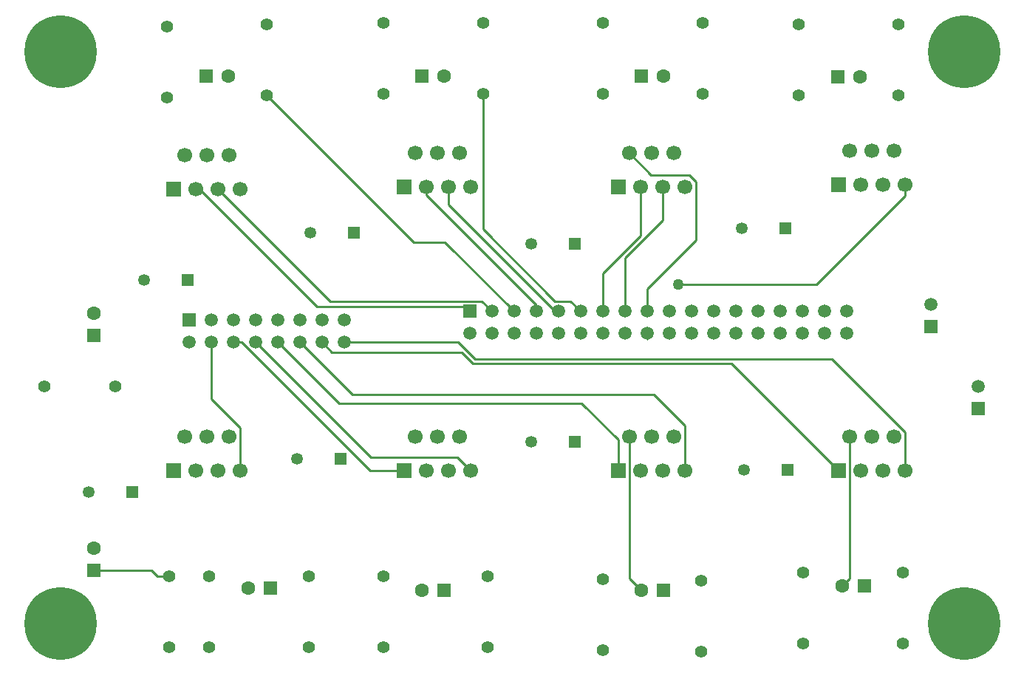
<source format=gbl>
G04 Layer_Physical_Order=4*
G04 Layer_Color=16711680*
%FSLAX25Y25*%
%MOIN*%
G70*
G01*
G75*
%ADD10C,0.01000*%
%ADD11C,0.06693*%
%ADD12R,0.06693X0.06693*%
%ADD13C,0.05512*%
%ADD14C,0.32677*%
%ADD15R,0.05906X0.05906*%
%ADD16C,0.05906*%
%ADD17R,0.05906X0.05906*%
%ADD18R,0.06299X0.06299*%
%ADD19C,0.06299*%
%ADD20R,0.06299X0.06299*%
%ADD21C,0.05315*%
%ADD22R,0.05315X0.05315*%
%ADD23C,0.05000*%
D10*
X102203Y148000D02*
X160203Y90000D01*
X98500Y148000D02*
X102203D01*
X35500Y44000D02*
X36500Y45000D01*
X61500D02*
X64000Y42500D01*
X36500Y45000D02*
X61500D01*
X302000Y90000D02*
Y110500D01*
X288000Y124500D02*
X302000Y110500D01*
X152000Y124500D02*
X288000D01*
X160203Y90000D02*
X175500D01*
X108500Y148000D02*
X160500Y96000D01*
X199500D01*
X272000Y90000D02*
Y104000D01*
X255500Y120500D02*
X272000Y104000D01*
X146000Y120500D02*
X255500D01*
X118500Y148000D02*
X146000Y120500D01*
X373000Y38000D02*
X376500Y41500D01*
Y105354D01*
X250547Y166453D02*
X255000Y162000D01*
X243547Y166453D02*
X250547D01*
X179842Y193157D02*
X193842D01*
X113500Y259500D02*
X179842Y193157D01*
X113500Y259500D02*
Y261000D01*
X88500Y122500D02*
X101500Y109500D01*
Y90000D02*
Y109500D01*
X88500Y122500D02*
Y148000D01*
X401500Y90000D02*
Y107500D01*
X368500Y140500D02*
X401500Y107500D01*
X207374Y140500D02*
X368500D01*
X304000Y223500D02*
X307000Y220500D01*
Y194000D02*
Y220500D01*
X285000Y172000D02*
X307000Y194000D01*
X286854Y223500D02*
X304000D01*
X285000Y162000D02*
Y172000D01*
X277000Y233354D02*
X286854Y223500D01*
X282000Y196000D02*
Y218000D01*
X265000Y179000D02*
X282000Y196000D01*
X265000Y162000D02*
Y179000D01*
X199500Y96000D02*
X205500Y90000D01*
X64000Y42500D02*
X69500D01*
X211000Y199000D02*
Y260000D01*
Y199000D02*
X243547Y166453D01*
X243500Y162000D02*
X245000D01*
X195500Y210000D02*
X243500Y162000D01*
X195500Y210000D02*
Y218000D01*
X235000Y162000D02*
Y164779D01*
X185500Y214279D02*
X235000Y164779D01*
X185500Y214279D02*
Y218000D01*
X361500Y174000D02*
X401500Y214000D01*
Y219000D01*
X299000Y174000D02*
X361500D01*
X83042Y217000D02*
X136042Y164000D01*
X81500Y217000D02*
X83042D01*
X203000Y164000D02*
X205000Y162000D01*
X136042Y164000D02*
X203000D01*
X199874Y148000D02*
X207374Y140500D01*
X148500Y148000D02*
X199874D01*
X285000Y149547D02*
Y152000D01*
X375953Y233807D02*
X376500Y234354D01*
X91500Y217000D02*
X142047Y166453D01*
X210547D01*
X215000Y162000D01*
X211000Y260000D02*
Y261000D01*
X128500Y148000D02*
X152000Y124500D01*
X323000Y138500D02*
X371500Y90000D01*
X206546Y138500D02*
X323000D01*
X201499Y143547D02*
X206546Y138500D01*
X142953Y143547D02*
X201499D01*
X138500Y148000D02*
X142953Y143547D01*
X277000Y41500D02*
Y105354D01*
Y41500D02*
X282500Y36000D01*
X275000Y162000D02*
Y186172D01*
X292000Y203172D01*
Y218000D01*
X193842Y193157D02*
X225000Y162000D01*
D11*
X401500Y219000D02*
D03*
X396500Y234354D02*
D03*
X391500Y219000D02*
D03*
X386500Y234354D02*
D03*
X381500Y219000D02*
D03*
X376500Y234354D02*
D03*
X401500Y90000D02*
D03*
X396500Y105354D02*
D03*
X391500Y90000D02*
D03*
X386500Y105354D02*
D03*
X381500Y90000D02*
D03*
X376500Y105354D02*
D03*
X205500Y218000D02*
D03*
X200500Y233354D02*
D03*
X195500Y218000D02*
D03*
X190500Y233354D02*
D03*
X185500Y218000D02*
D03*
X180500Y233354D02*
D03*
X205500Y90000D02*
D03*
X200500Y105354D02*
D03*
X195500Y90000D02*
D03*
X190500Y105354D02*
D03*
X185500Y90000D02*
D03*
X180500Y105354D02*
D03*
X101500Y90000D02*
D03*
X96500Y105354D02*
D03*
X91500Y90000D02*
D03*
X86500Y105354D02*
D03*
X81500Y90000D02*
D03*
X76500Y105354D02*
D03*
X101500Y217000D02*
D03*
X96500Y232354D02*
D03*
X91500Y217000D02*
D03*
X86500Y232354D02*
D03*
X81500Y217000D02*
D03*
X76500Y232354D02*
D03*
X302000Y218000D02*
D03*
X297000Y233354D02*
D03*
X292000Y218000D02*
D03*
X287000Y233354D02*
D03*
X282000Y218000D02*
D03*
X277000Y233354D02*
D03*
X302000Y90000D02*
D03*
X297000Y105354D02*
D03*
X292000Y90000D02*
D03*
X287000Y105354D02*
D03*
X282000Y90000D02*
D03*
X277000Y105354D02*
D03*
D12*
X371500Y219000D02*
D03*
Y90000D02*
D03*
X175500Y218000D02*
D03*
Y90000D02*
D03*
X71500D02*
D03*
Y217000D02*
D03*
X272000Y218000D02*
D03*
Y90000D02*
D03*
D13*
X13000Y128000D02*
D03*
X45000D02*
D03*
X87500Y10500D02*
D03*
Y42500D02*
D03*
X355500Y12000D02*
D03*
Y44000D02*
D03*
X265000Y9000D02*
D03*
Y41000D02*
D03*
X398500Y291500D02*
D03*
Y259500D02*
D03*
X166000Y10500D02*
D03*
Y42500D02*
D03*
X310000Y292000D02*
D03*
Y260000D02*
D03*
X211000Y292000D02*
D03*
Y260000D02*
D03*
X113500Y291500D02*
D03*
Y259500D02*
D03*
X265000Y292000D02*
D03*
Y260000D02*
D03*
X213000Y10500D02*
D03*
Y42500D02*
D03*
X400500Y12000D02*
D03*
Y44000D02*
D03*
X132500Y10500D02*
D03*
Y42500D02*
D03*
X309500Y8500D02*
D03*
Y40500D02*
D03*
X166000Y292000D02*
D03*
Y260000D02*
D03*
X353500Y291500D02*
D03*
Y259500D02*
D03*
X68500Y290500D02*
D03*
Y258500D02*
D03*
X69500Y10500D02*
D03*
Y42500D02*
D03*
D14*
X428000Y21000D02*
D03*
X20500D02*
D03*
X428000Y279000D02*
D03*
X20500D02*
D03*
D15*
X78500Y158000D02*
D03*
X205000Y162000D02*
D03*
D16*
X78500Y148000D02*
D03*
X88500Y158000D02*
D03*
Y148000D02*
D03*
X98500Y158000D02*
D03*
Y148000D02*
D03*
X108500Y158000D02*
D03*
Y148000D02*
D03*
X118500Y158000D02*
D03*
Y148000D02*
D03*
X128500Y158000D02*
D03*
Y148000D02*
D03*
X138500Y158000D02*
D03*
Y148000D02*
D03*
X148500Y158000D02*
D03*
Y148000D02*
D03*
X375000Y152000D02*
D03*
Y162000D02*
D03*
X365000Y152000D02*
D03*
Y162000D02*
D03*
X355000Y152000D02*
D03*
Y162000D02*
D03*
X345000Y152000D02*
D03*
Y162000D02*
D03*
X335000Y152000D02*
D03*
Y162000D02*
D03*
X325000Y152000D02*
D03*
Y162000D02*
D03*
X315000Y152000D02*
D03*
Y162000D02*
D03*
X305000Y152000D02*
D03*
Y162000D02*
D03*
X295000Y152000D02*
D03*
Y162000D02*
D03*
X285000Y152000D02*
D03*
Y162000D02*
D03*
X275000Y152000D02*
D03*
Y162000D02*
D03*
X265000Y152000D02*
D03*
Y162000D02*
D03*
X255000Y152000D02*
D03*
Y162000D02*
D03*
X245000Y152000D02*
D03*
Y162000D02*
D03*
X235000Y152000D02*
D03*
Y162000D02*
D03*
X225000Y152000D02*
D03*
Y162000D02*
D03*
X215000Y152000D02*
D03*
Y162000D02*
D03*
X205000Y152000D02*
D03*
X413000Y165000D02*
D03*
X434500Y128000D02*
D03*
D17*
X413000Y155000D02*
D03*
X434500Y118000D02*
D03*
D18*
X35500Y151000D02*
D03*
Y45000D02*
D03*
D19*
Y161000D02*
D03*
X373000Y38000D02*
D03*
X105000Y37049D02*
D03*
X381000Y267561D02*
D03*
X292500Y268061D02*
D03*
X193500D02*
D03*
X282500Y36000D02*
D03*
X96000Y268061D02*
D03*
X183500Y36000D02*
D03*
X35500Y55000D02*
D03*
D20*
X383000Y38000D02*
D03*
X115000Y37049D02*
D03*
X371000Y267561D02*
D03*
X282500Y268061D02*
D03*
X183500D02*
D03*
X292500Y36000D02*
D03*
X86000Y268061D02*
D03*
X193500Y36000D02*
D03*
D21*
X328658Y90500D02*
D03*
X327658Y199500D02*
D03*
X232658Y103000D02*
D03*
Y192500D02*
D03*
X133158Y197500D02*
D03*
X127157Y95500D02*
D03*
X58157Y176000D02*
D03*
X33000Y80500D02*
D03*
D22*
X348342Y90500D02*
D03*
X347342Y199500D02*
D03*
X252343Y103000D02*
D03*
Y192500D02*
D03*
X152842Y197500D02*
D03*
X146843Y95500D02*
D03*
X77842Y176000D02*
D03*
X52685Y80500D02*
D03*
D23*
X299000Y174000D02*
D03*
M02*

</source>
